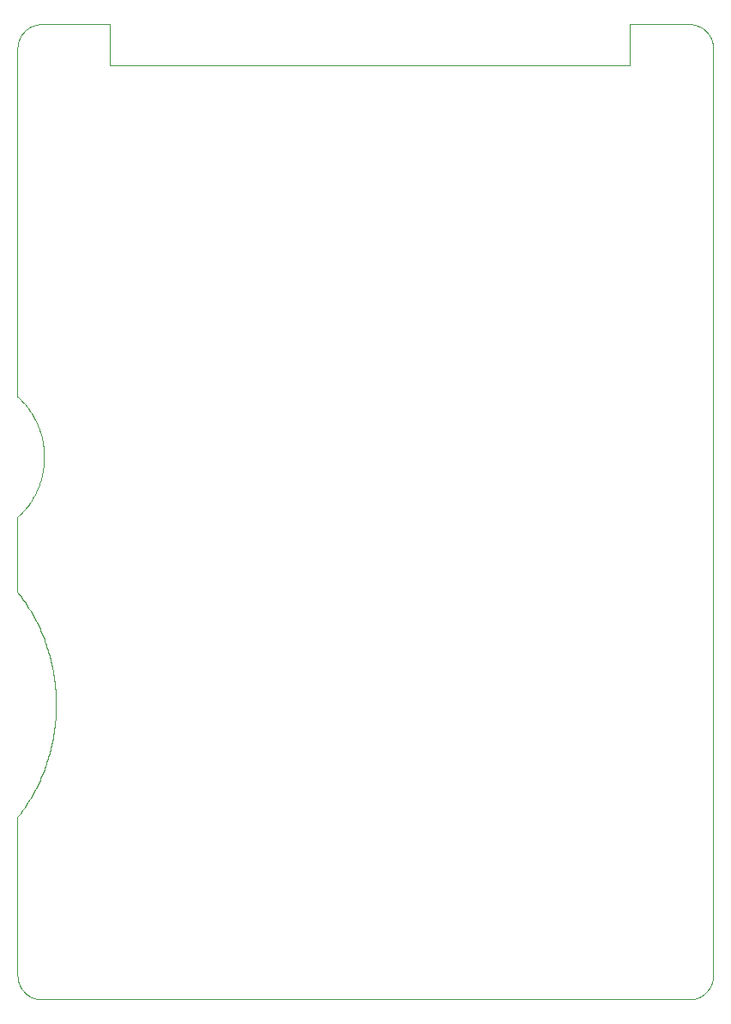
<source format=gko>
%FSLAX46Y46*%
%MOMM*%
%LPD*%
G01*
%ADD10C,0.050000*%
D10*
%LPD*%
%ADD11C,0.0305514*%
D11*
X0006759216Y0097962770D02*
G01*
X0006759216Y0097962770D01*
X0006759346Y0097993497D01*
X0006760897Y0098054636D01*
X0006763981Y0098115381D01*
X0006768578Y0098175712D01*
X0006774670Y0098235612D01*
X0006782238Y0098295061D01*
X0006791263Y0098354040D01*
X0006801727Y0098412533D01*
X0006813610Y0098470519D01*
X0006826893Y0098527980D01*
X0006841559Y0098584898D01*
X0006857588Y0098641254D01*
X0006874961Y0098697030D01*
X0006893659Y0098752206D01*
X0006913664Y0098806765D01*
X0006934957Y0098860688D01*
X0006957519Y0098913956D01*
X0006981331Y0098966551D01*
X0007006374Y0099018454D01*
X0007032630Y0099069646D01*
X0007060080Y0099120109D01*
X0007088705Y0099169825D01*
X0007118486Y0099218774D01*
X0007149404Y0099266939D01*
X0007181441Y0099314300D01*
X0007214578Y0099360840D01*
X0007248795Y0099406539D01*
X0007284074Y0099451379D01*
X0007320397Y0099495341D01*
X0007357744Y0099538408D01*
X0007396097Y0099580559D01*
X0007435436Y0099621777D01*
X0007475744Y0099662043D01*
X0007517001Y0099701339D01*
X0007559188Y0099739646D01*
X0007602287Y0099776945D01*
X0007646278Y0099813218D01*
X0007691144Y0099848446D01*
X0007736864Y0099882611D01*
X0007783421Y0099915694D01*
X0007830795Y0099947677D01*
X0007878968Y0099978540D01*
X0007927921Y0100008266D01*
X0007977635Y0100036836D01*
X0008028091Y0100064231D01*
X0008079271Y0100090432D01*
X0008131155Y0100115422D01*
X0008183725Y0100139181D01*
X0008236962Y0100161691D01*
X0008290847Y0100182934D01*
X0008345362Y0100202891D01*
X0008400487Y0100221542D01*
X0008456204Y0100238871D01*
X0008512493Y0100254857D01*
X0008569337Y0100269483D01*
X0008626717Y0100282730D01*
X0008684612Y0100294579D01*
X0008743005Y0100305013D01*
X0008801878Y0100314011D01*
X0008861210Y0100321556D01*
X0008920983Y0100327630D01*
X0008981179Y0100332212D01*
X0009041779Y0100335286D01*
X0009102763Y0100336832D01*
X0009133408Y0100336962D01*
X0015839707Y0100336962D01*
X0015839707Y0096325882D01*
X0067200576Y0096325882D01*
X0067200576Y0100336962D01*
X0073031987Y0100336962D01*
X0073031987Y0100336962D01*
X0073062715Y0100336832D01*
X0073123854Y0100335286D01*
X0073184599Y0100332212D01*
X0073244930Y0100327630D01*
X0073304829Y0100321556D01*
X0073364278Y0100314011D01*
X0073423258Y0100305013D01*
X0073481750Y0100294579D01*
X0073539736Y0100282730D01*
X0073597198Y0100269483D01*
X0073654116Y0100254857D01*
X0073710472Y0100238871D01*
X0073766247Y0100221542D01*
X0073821424Y0100202891D01*
X0073875983Y0100182934D01*
X0073929906Y0100161691D01*
X0073983174Y0100139181D01*
X0074035768Y0100115422D01*
X0074087671Y0100090432D01*
X0074138864Y0100064231D01*
X0074189327Y0100036836D01*
X0074239043Y0100008266D01*
X0074287992Y0099978540D01*
X0074336157Y0099947677D01*
X0074383518Y0099915694D01*
X0074430058Y0099882611D01*
X0074475757Y0099848446D01*
X0074520597Y0099813218D01*
X0074564559Y0099776945D01*
X0074607625Y0099739646D01*
X0074649777Y0099701339D01*
X0074690995Y0099662043D01*
X0074731261Y0099621777D01*
X0074770557Y0099580559D01*
X0074808864Y0099538408D01*
X0074846163Y0099495341D01*
X0074882436Y0099451379D01*
X0074917664Y0099406539D01*
X0074951829Y0099360840D01*
X0074984912Y0099314300D01*
X0075016894Y0099266939D01*
X0075047758Y0099218774D01*
X0075077484Y0099169825D01*
X0075106053Y0099120109D01*
X0075133448Y0099069646D01*
X0075159650Y0099018454D01*
X0075184640Y0098966551D01*
X0075208399Y0098913956D01*
X0075230909Y0098860688D01*
X0075252152Y0098806765D01*
X0075272108Y0098752206D01*
X0075290760Y0098697030D01*
X0075308088Y0098641254D01*
X0075324075Y0098584898D01*
X0075338701Y0098527980D01*
X0075351948Y0098470519D01*
X0075363797Y0098412533D01*
X0075374230Y0098354040D01*
X0075383229Y0098295061D01*
X0075390774Y0098235612D01*
X0075396847Y0098175712D01*
X0075401430Y0098115381D01*
X0075404504Y0098054636D01*
X0075406050Y0097993497D01*
X0075406180Y0097962770D01*
X0075406180Y0006593411D01*
X0075406180Y0006593411D01*
X0075406050Y0006562683D01*
X0075404504Y0006501544D01*
X0075401430Y0006440799D01*
X0075396847Y0006380468D01*
X0075390774Y0006320569D01*
X0075383229Y0006261120D01*
X0075374230Y0006202140D01*
X0075363797Y0006143648D01*
X0075351948Y0006085661D01*
X0075338701Y0006028200D01*
X0075324075Y0005971282D01*
X0075308088Y0005914926D01*
X0075290760Y0005859151D01*
X0075272108Y0005803974D01*
X0075252152Y0005749415D01*
X0075230909Y0005695492D01*
X0075208399Y0005642224D01*
X0075184640Y0005589630D01*
X0075159650Y0005537727D01*
X0075133448Y0005486534D01*
X0075106053Y0005436071D01*
X0075077484Y0005386355D01*
X0075047758Y0005337406D01*
X0075016894Y0005289241D01*
X0074984912Y0005241880D01*
X0074951829Y0005195340D01*
X0074917664Y0005149641D01*
X0074882436Y0005104801D01*
X0074846163Y0005060839D01*
X0074808864Y0005017773D01*
X0074770557Y0004975621D01*
X0074731261Y0004934403D01*
X0074690995Y0004894137D01*
X0074649777Y0004854841D01*
X0074607625Y0004816534D01*
X0074564559Y0004779235D01*
X0074520597Y0004742962D01*
X0074475757Y0004707734D01*
X0074430058Y0004673569D01*
X0074383518Y0004640486D01*
X0074336157Y0004608504D01*
X0074287992Y0004577640D01*
X0074239043Y0004547914D01*
X0074189327Y0004519345D01*
X0074138864Y0004491950D01*
X0074087671Y0004465748D01*
X0074035768Y0004440758D01*
X0073983174Y0004416999D01*
X0073929906Y0004394489D01*
X0073875983Y0004373246D01*
X0073821424Y0004353290D01*
X0073766247Y0004334638D01*
X0073710472Y0004317310D01*
X0073654116Y0004301323D01*
X0073597198Y0004286697D01*
X0073539736Y0004273450D01*
X0073481750Y0004261601D01*
X0073423258Y0004251168D01*
X0073364278Y0004242169D01*
X0073304829Y0004234624D01*
X0073244930Y0004228551D01*
X0073184599Y0004223968D01*
X0073123854Y0004220894D01*
X0073062715Y0004219348D01*
X0073031987Y0004219218D01*
X0009133408Y0004219218D01*
X0009133408Y0004219218D01*
X0009102763Y0004219348D01*
X0009041779Y0004220894D01*
X0008981179Y0004223968D01*
X0008920983Y0004228551D01*
X0008861210Y0004234624D01*
X0008801878Y0004242169D01*
X0008743005Y0004251168D01*
X0008684612Y0004261601D01*
X0008626717Y0004273450D01*
X0008569337Y0004286697D01*
X0008512493Y0004301323D01*
X0008456204Y0004317310D01*
X0008400487Y0004334638D01*
X0008345362Y0004353290D01*
X0008290847Y0004373246D01*
X0008236962Y0004394489D01*
X0008183725Y0004416999D01*
X0008131155Y0004440758D01*
X0008079271Y0004465748D01*
X0008028091Y0004491950D01*
X0007977635Y0004519345D01*
X0007927921Y0004547914D01*
X0007878968Y0004577640D01*
X0007830795Y0004608504D01*
X0007783421Y0004640486D01*
X0007736864Y0004673569D01*
X0007691144Y0004707734D01*
X0007646278Y0004742962D01*
X0007602287Y0004779235D01*
X0007559188Y0004816534D01*
X0007517001Y0004854841D01*
X0007475744Y0004894137D01*
X0007435436Y0004934403D01*
X0007396097Y0004975621D01*
X0007357744Y0005017773D01*
X0007320397Y0005060839D01*
X0007284074Y0005104801D01*
X0007248795Y0005149641D01*
X0007214578Y0005195340D01*
X0007181441Y0005241880D01*
X0007149404Y0005289241D01*
X0007118486Y0005337406D01*
X0007088705Y0005386355D01*
X0007060080Y0005436071D01*
X0007032630Y0005486534D01*
X0007006374Y0005537727D01*
X0006981331Y0005589630D01*
X0006957519Y0005642224D01*
X0006934957Y0005695492D01*
X0006913664Y0005749415D01*
X0006893659Y0005803974D01*
X0006874961Y0005859151D01*
X0006857588Y0005914926D01*
X0006841559Y0005971282D01*
X0006826893Y0006028200D01*
X0006813610Y0006085661D01*
X0006801727Y0006143648D01*
X0006791263Y0006202140D01*
X0006782238Y0006261120D01*
X0006774670Y0006320569D01*
X0006768578Y0006380468D01*
X0006763981Y0006440799D01*
X0006760897Y0006501544D01*
X0006759346Y0006562683D01*
X0006759216Y0006593411D01*
X0006759216Y0022193229D01*
X0006759216Y0022193229D01*
X0006814826Y0022265176D01*
X0006924866Y0022410025D01*
X0007033479Y0022556010D01*
X0007140656Y0022703122D01*
X0007246386Y0022851349D01*
X0007350659Y0023000682D01*
X0007453464Y0023151109D01*
X0007554791Y0023302620D01*
X0007654629Y0023455205D01*
X0007752970Y0023608853D01*
X0007849801Y0023763554D01*
X0007945113Y0023919296D01*
X0008038895Y0024076071D01*
X0008131137Y0024233867D01*
X0008221829Y0024392673D01*
X0008310961Y0024552480D01*
X0008398521Y0024713276D01*
X0008484500Y0024875051D01*
X0008568888Y0025037795D01*
X0008651674Y0025201498D01*
X0008732847Y0025366148D01*
X0008812397Y0025531735D01*
X0008890315Y0025698249D01*
X0008966589Y0025865679D01*
X0009041210Y0026034015D01*
X0009114167Y0026203246D01*
X0009185449Y0026373361D01*
X0009255047Y0026544351D01*
X0009322950Y0026716205D01*
X0009389147Y0026888912D01*
X0009453629Y0027062462D01*
X0009516385Y0027236844D01*
X0009577404Y0027412047D01*
X0009636677Y0027588062D01*
X0009694193Y0027764878D01*
X0009749941Y0027942483D01*
X0009803912Y0028120869D01*
X0009856095Y0028300024D01*
X0009906480Y0028479937D01*
X0009955055Y0028660599D01*
X0010001812Y0028841999D01*
X0010046740Y0029024126D01*
X0010089827Y0029206969D01*
X0010131065Y0029390519D01*
X0010170443Y0029574765D01*
X0010207949Y0029759696D01*
X0010243575Y0029945302D01*
X0010277309Y0030131572D01*
X0010309142Y0030318496D01*
X0010339063Y0030506063D01*
X0010367061Y0030694263D01*
X0010393126Y0030883085D01*
X0010417249Y0031072519D01*
X0010439418Y0031262554D01*
X0010459624Y0031453180D01*
X0010477855Y0031644387D01*
X0010494102Y0031836163D01*
X0010508354Y0032028498D01*
X0010520602Y0032221383D01*
X0010530834Y0032414805D01*
X0010539040Y0032608756D01*
X0010545210Y0032803224D01*
X0010549334Y0032998198D01*
X0010551401Y0033193669D01*
X0010551573Y0033291608D01*
X0010551573Y0033291608D01*
X0010551401Y0033389546D01*
X0010549334Y0033585017D01*
X0010545210Y0033779992D01*
X0010539040Y0033974460D01*
X0010530834Y0034168410D01*
X0010520602Y0034361833D01*
X0010508354Y0034554717D01*
X0010494102Y0034747053D01*
X0010477855Y0034938829D01*
X0010459624Y0035130036D01*
X0010439418Y0035320662D01*
X0010417249Y0035510697D01*
X0010393126Y0035700131D01*
X0010367061Y0035888953D01*
X0010339063Y0036077153D01*
X0010309142Y0036264720D01*
X0010277309Y0036451644D01*
X0010243575Y0036637914D01*
X0010207949Y0036823520D01*
X0010170443Y0037008451D01*
X0010131065Y0037192696D01*
X0010089827Y0037376246D01*
X0010046740Y0037559090D01*
X0010001812Y0037741217D01*
X0009955055Y0037922616D01*
X0009906480Y0038103278D01*
X0009856095Y0038283192D01*
X0009803912Y0038462347D01*
X0009749941Y0038640732D01*
X0009694193Y0038818338D01*
X0009636677Y0038995154D01*
X0009577404Y0039171169D01*
X0009516385Y0039346372D01*
X0009453629Y0039520754D01*
X0009389147Y0039694304D01*
X0009322950Y0039867011D01*
X0009255047Y0040038864D01*
X0009185449Y0040209854D01*
X0009114167Y0040379970D01*
X0009041210Y0040549201D01*
X0008966589Y0040717537D01*
X0008890315Y0040884967D01*
X0008812397Y0041051481D01*
X0008732847Y0041217068D01*
X0008651674Y0041381718D01*
X0008568888Y0041545420D01*
X0008484500Y0041708164D01*
X0008398521Y0041869940D01*
X0008310961Y0042030736D01*
X0008221829Y0042190543D01*
X0008131137Y0042349349D01*
X0008038895Y0042507145D01*
X0007945113Y0042663919D01*
X0007849801Y0042819662D01*
X0007752970Y0042974363D01*
X0007654629Y0043128011D01*
X0007554791Y0043280596D01*
X0007453464Y0043432107D01*
X0007350659Y0043582534D01*
X0007246386Y0043731866D01*
X0007140656Y0043880094D01*
X0007033479Y0044027205D01*
X0006924866Y0044173191D01*
X0006814826Y0044318040D01*
X0006759216Y0044389986D01*
X0006759216Y0051755980D01*
X0006759216Y0051755980D01*
X0006834329Y0051825253D01*
X0006981590Y0051966933D01*
X0007125225Y0052112301D01*
X0007265158Y0052261282D01*
X0007401315Y0052413800D01*
X0007533621Y0052569778D01*
X0007662000Y0052729140D01*
X0007786379Y0052891810D01*
X0007906681Y0053057712D01*
X0008022833Y0053226769D01*
X0008134759Y0053398906D01*
X0008242384Y0053574046D01*
X0008345634Y0053752112D01*
X0008420013Y0053887624D01*
X0008468286Y0053978781D01*
X0008515422Y0054070627D01*
X0008561414Y0054163152D01*
X0008606250Y0054256347D01*
X0008649922Y0054350202D01*
X0008692421Y0054444707D01*
X0008733737Y0054539854D01*
X0008773860Y0054635633D01*
X0008812782Y0054732034D01*
X0008850493Y0054829047D01*
X0008886983Y0054926664D01*
X0008922244Y0055024874D01*
X0008956266Y0055123668D01*
X0008989039Y0055223036D01*
X0009020554Y0055322970D01*
X0009050802Y0055423458D01*
X0009079774Y0055524493D01*
X0009107459Y0055626065D01*
X0009133850Y0055728163D01*
X0009158935Y0055830778D01*
X0009182707Y0055933901D01*
X0009205155Y0056037523D01*
X0009226271Y0056141633D01*
X0009246044Y0056246222D01*
X0009264466Y0056351282D01*
X0009281527Y0056456801D01*
X0009297218Y0056562771D01*
X0009311529Y0056669182D01*
X0009324451Y0056776024D01*
X0009335975Y0056883289D01*
X0009346091Y0056990966D01*
X0009354790Y0057099047D01*
X0009362062Y0057207520D01*
X0009367899Y0057316378D01*
X0009372291Y0057425610D01*
X0009375228Y0057535207D01*
X0009376701Y0057645159D01*
X0009376825Y0057700280D01*
X0009376825Y0057700280D01*
X0009376701Y0057755400D01*
X0009375228Y0057865347D01*
X0009372291Y0057974934D01*
X0009367899Y0058084152D01*
X0009362062Y0058192990D01*
X0009354790Y0058301441D01*
X0009346091Y0058409495D01*
X0009335975Y0058517142D01*
X0009324451Y0058624373D01*
X0009311529Y0058731179D01*
X0009297218Y0058837550D01*
X0009281527Y0058943478D01*
X0009264466Y0059048953D01*
X0009246044Y0059153965D01*
X0009226271Y0059258506D01*
X0009205155Y0059362566D01*
X0009182707Y0059466136D01*
X0009158935Y0059569206D01*
X0009133850Y0059671768D01*
X0009107459Y0059773811D01*
X0009079774Y0059875328D01*
X0009050802Y0059976307D01*
X0009020554Y0060076741D01*
X0008989039Y0060176620D01*
X0008956266Y0060275934D01*
X0008922244Y0060374675D01*
X0008886983Y0060472832D01*
X0008850493Y0060570398D01*
X0008812782Y0060667361D01*
X0008773860Y0060763714D01*
X0008733737Y0060859446D01*
X0008692421Y0060954550D01*
X0008649922Y0061049014D01*
X0008606250Y0061142830D01*
X0008561414Y0061235990D01*
X0008515422Y0061328482D01*
X0008444432Y0061466037D01*
X0008345634Y0061646911D01*
X0008242384Y0061824952D01*
X0008134759Y0062000085D01*
X0008022833Y0062172235D01*
X0007906681Y0062341330D01*
X0007786379Y0062507294D01*
X0007662000Y0062670053D01*
X0007533621Y0062829533D01*
X0007401315Y0062985659D01*
X0007265158Y0063138357D01*
X0007125225Y0063287554D01*
X0006981590Y0063433174D01*
X0006834329Y0063575144D01*
X0006759216Y0063644580D01*
X0006759216Y0097962770D01*
X0006759216Y0097962770D01*
M02*

</source>
